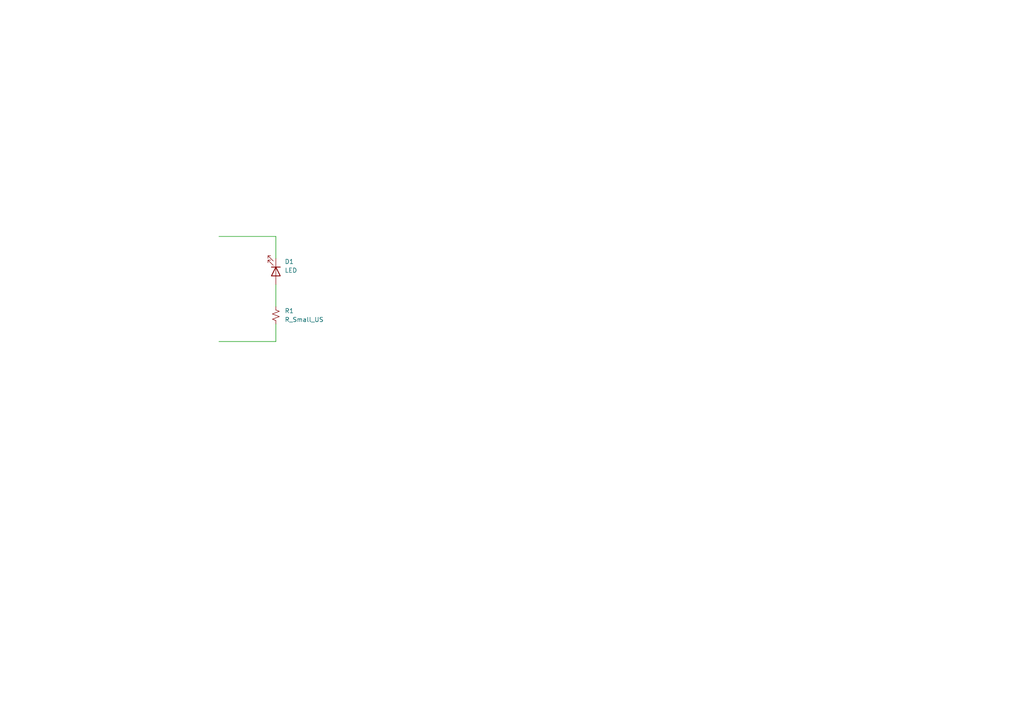
<source format=kicad_sch>
(kicad_sch (version 20231120) (generator "eeschema") (generator_version "8.0")
  (paper "A4")
  (lib_symbols
    (symbol "Device:LED" (pin_numbers hide) (pin_names (offset 1.016) hide)
      (property "Reference" "D" (at 0 2.54 0))
      (property "Value" "LED" (at 0 -2.54 0))
      (symbol "LED_0_1"
        (polyline (pts (xy -1.27 -1.27) (xy -1.27 1.27)) (stroke (width 0.254)))
        (polyline (pts (xy -1.27 0) (xy 1.27 0)))
        (polyline (pts (xy 1.27 -1.27) (xy 1.27 1.27) (xy -1.27 0) (xy 1.27 -1.27)) (stroke (width 0.254)))
        (polyline (pts (xy -3.048 -0.762) (xy -4.572 -2.286) (xy -3.81 -2.286) (xy -4.572 -2.286) (xy -4.572 -1.524)))
        (polyline (pts (xy -1.778 -0.762) (xy -3.302 -2.286) (xy -2.54 -2.286) (xy -3.302 -2.286) (xy -3.302 -1.524)))
      )
      (symbol "LED_1_1"
        (pin passive line (at -3.81 0 0) (length 2.54) (name "K") (number "1"))
        (pin passive line (at 3.81 0 180) (length 2.54) (name "A") (number "2"))
      )
    )
    (symbol "Device:R_Small_US" (pin_numbers hide) (pin_names (offset 0.254) hide)
      (property "Reference" "R" (at 0.762 0.508 0))
      (property "Value" "R_Small_US" (at 0.762 -1.016 0))
      (symbol "R_Small_US_1_1"
        (polyline (pts (xy 0 0) (xy 1.016 -0.381) (xy 0 -0.762) (xy -1.016 -1.143) (xy 0 -1.524)))
        (polyline (pts (xy 0 1.524) (xy 1.016 1.143) (xy 0 0.762) (xy -1.016 0.381) (xy 0 0)))
        (pin passive line (at 0 2.54 270) (length 1.016) (name "~") (number "1"))
        (pin passive line (at 0 -2.54 90) (length 1.016) (name "~") (number "2"))
      )
    )
  )
  (wire (pts (xy 80.01 82.55) (xy 80.01 88.9)))
  (wire (pts (xy 63.5 68.58) (xy 80.01 68.58)))
  (wire (pts (xy 80.01 93.98) (xy 80.01 99.06)))
  (wire (pts (xy 80.01 74.93) (xy 80.01 68.58)))
  (wire (pts (xy 63.5 99.06) (xy 80.01 99.06)))
  (symbol (lib_id "Device:R_Small_US") (at 80.01 91.44 0) (unit 1)
    (property "Reference" "R1" (at 82.55 90.1699 0) (effects (justify left)))
    (property "Value" "R_Small_US" (at 82.55 92.7099 0) (effects (justify left)))
    (property "Description" "Resistor, small US symbol" (effects (hide yes)))
  )
  (symbol (lib_id "Device:LED") (at 80.01 78.74 270) (unit 1)
    (property "Reference" "D1" (at 82.55 75.8824 90) (effects (justify left)))
    (property "Value" "LED" (at 82.55 78.4224 90) (effects (justify left)))
    (property "Description" "Light emitting diode" (effects (hide yes)))
  )
)
</source>
